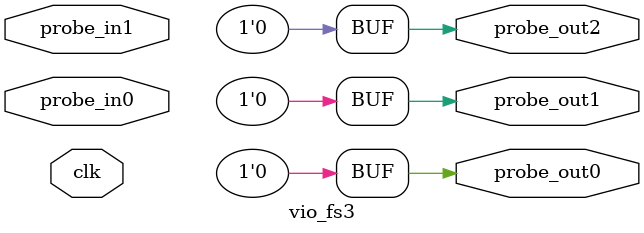
<source format=v>
`timescale 1ns / 1ps
module vio_fs3 (
clk,
probe_in0,probe_in1,
probe_out0,
probe_out1,
probe_out2
);

input clk;
input [0 : 0] probe_in0;
input [2 : 0] probe_in1;

output reg [0 : 0] probe_out0 = 'h0 ;
output reg [0 : 0] probe_out1 = 'h0 ;
output reg [0 : 0] probe_out2 = 'h0 ;


endmodule

</source>
